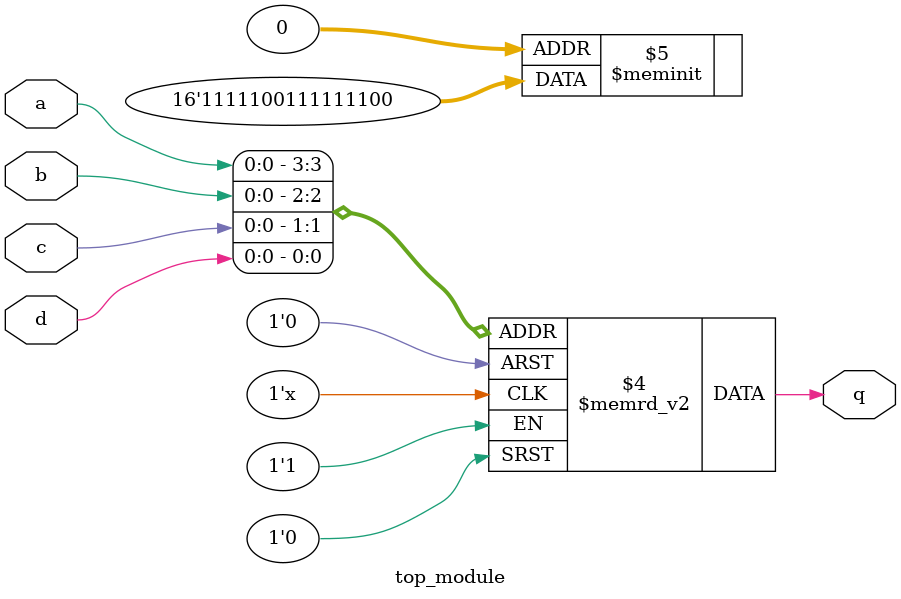
<source format=sv>
module top_module (
    input a, 
    input b, 
    input c, 
    input d,
    output reg q
);

    always @(*) begin
        case({a, b, c, d})
            4'b0000: q = 1'b0;
            4'b0001: q = 1'b0;
            4'b0010: q = 1'b1;
            4'b0011: q = 1'b1;
            4'b0100: q = 1'b1;
            4'b0101: q = 1'b1;
            4'b0110: q = 1'b1;
            4'b0111: q = 1'b1;
            4'b1000: q = 1'b1;
            4'b1001: q = 1'b0; // Update
            4'b1010: q = 1'b0;
            4'b1011: q = 1'b1;
            4'b1100: q = 1'b1;
            4'b1101: q = 1'b1;
            4'b1110: q = 1'b1;
            4'b1111: q = 1'b1;
            default: q = 1'b0;
        endcase
    end
    
endmodule

</source>
